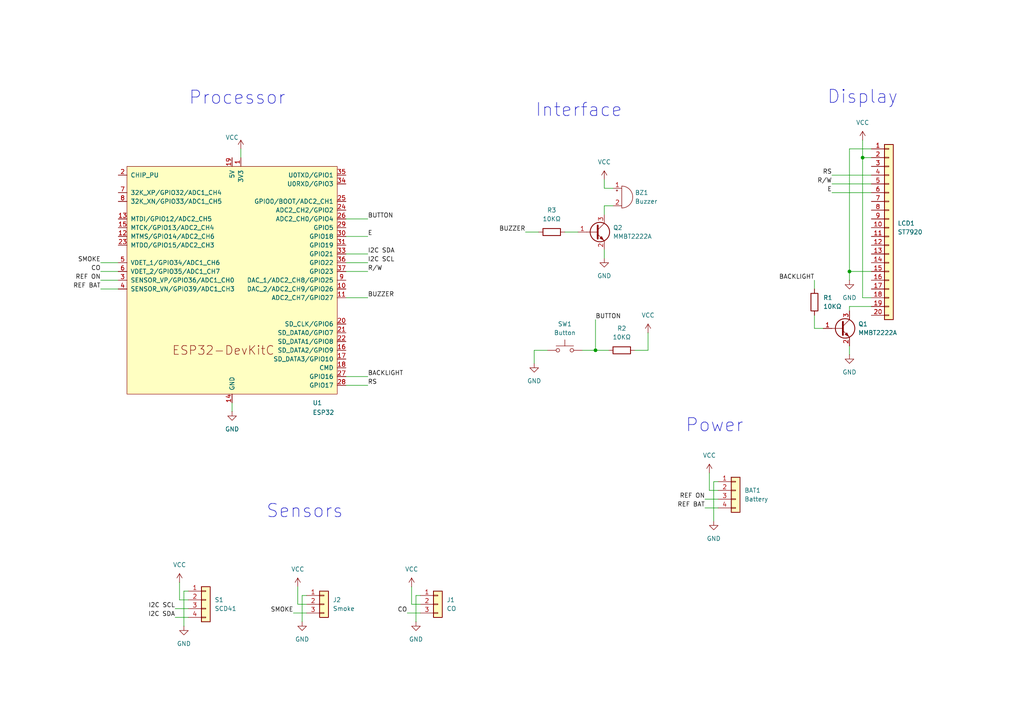
<source format=kicad_sch>
(kicad_sch (version 20250114) (generator "eeschema") (generator_version "9.0")
  (paper "A4")
  (title_block (title "Detector") (date "08/2025") (rev "v0.1a") (company "Caldas") (comment 1 "Simple ESP Detector"))
  (lib_symbols
    (symbol "Conn_01x04_1" (pin_names (offset 1.016) (hide yes))
      (property "Reference" "J" (at 0 5.08 0))
      (property "Value" "Conn_01x04" (at 0 -7.62 0))
      (symbol "Conn_01x04_1_1_1"
        (rectangle (start -1.27 3.81) (end 1.27 -6.35) (stroke (width 0.254)) (fill (type background)))
        (rectangle (start -1.27 2.667) (end 0 2.413) (stroke (width 0.1524)))
        (rectangle (start -1.27 0.127) (end 0 -0.127) (stroke (width 0.1524)))
        (rectangle (start -1.27 -2.413) (end 0 -2.667) (stroke (width 0.1524)))
        (rectangle (start -1.27 -4.953) (end 0 -5.207) (stroke (width 0.1524)))
        (pin passive line (at -5.08 2.54 0) (length 3.81) (name "Pin_1") (number "1"))
        (pin passive line (at -5.08 0 0) (length 3.81) (name "Pin_2") (number "2"))
        (pin passive line (at -5.08 -2.54 0) (length 3.81) (name "Pin_3") (number "3"))
        (pin passive line (at -5.08 -5.08 0) (length 3.81) (name "Pin_4") (number "4"))
      )
    )
    (symbol "Connector_Generic:Conn_01x03" (pin_names (offset 1.016) (hide yes))
      (property "Reference" "J1" (at 2.54 1.2701 0))
      (property "Value" "DFRobot Detector" (at 2.54 -1.2699 0))
      (symbol "Conn_01x03_1_1"
        (rectangle (start -1.27 3.81) (end 1.27 -3.81) (stroke (width 0.254)) (fill (type background)))
        (rectangle (start -1.27 2.667) (end 0 2.413) (stroke (width 0.1524)))
        (rectangle (start -1.27 0.127) (end 0 -0.127) (stroke (width 0.1524)))
        (rectangle (start -1.27 -2.413) (end 0 -2.667) (stroke (width 0.1524)))
        (pin passive line (at -5.08 2.54 0) (length 3.81) (name "GND") (number "1"))
        (pin passive line (at -5.08 0 0) (length 3.81) (name "VCC") (number "2"))
        (pin passive line (at -5.08 -2.54 0) (length 3.81) (name "A") (number "3"))
      )
    )
    (symbol "Connector_Generic:Conn_01x04" (pin_names (offset 1.016) (hide yes))
      (property "Reference" "S1" (at 2.54 0.0001 0))
      (property "Value" "SCD41" (at 2.54 -2.5399 0))
      (symbol "Conn_01x04_1_1"
        (rectangle (start -1.27 3.81) (end 1.27 -6.35) (stroke (width 0.254)) (fill (type background)))
        (rectangle (start -1.27 2.667) (end 0 2.413) (stroke (width 0.1524)))
        (rectangle (start -1.27 0.127) (end 0 -0.127) (stroke (width 0.1524)))
        (rectangle (start -1.27 -2.413) (end 0 -2.667) (stroke (width 0.1524)))
        (rectangle (start -1.27 -4.953) (end 0 -5.207) (stroke (width 0.1524)))
        (pin passive line (at -5.08 2.54 0) (length 3.81) (name "GND") (number "1"))
        (pin passive line (at -5.08 0 0) (length 3.81) (name "VCC") (number "2"))
        (pin passive line (at -5.08 -2.54 0) (length 3.81) (name "SCL") (number "3"))
        (pin passive line (at -5.08 -5.08 0) (length 3.81) (name "SDA") (number "4"))
      )
    )
    (symbol "Connector_Generic:Conn_01x20" (pin_names (offset 1.016) (hide yes))
      (property "Reference" "J1" (at 2.54 0.0001 0))
      (property "Value" "ST7920" (at 2.54 -2.5399 0))
      (symbol "Conn_01x20_1_1"
        (rectangle (start -1.27 24.13) (end 1.27 -26.67) (stroke (width 0.254)) (fill (type background)))
        (rectangle (start -1.27 22.987) (end 0 22.733) (stroke (width 0.1524)))
        (rectangle (start -1.27 20.447) (end 0 20.193) (stroke (width 0.1524)))
        (rectangle (start -1.27 17.907) (end 0 17.653) (stroke (width 0.1524)))
        (rectangle (start -1.27 15.367) (end 0 15.113) (stroke (width 0.1524)))
        (rectangle (start -1.27 12.827) (end 0 12.573) (stroke (width 0.1524)))
        (rectangle (start -1.27 10.287) (end 0 10.033) (stroke (width 0.1524)))
        (rectangle (start -1.27 7.747) (end 0 7.493) (stroke (width 0.1524)))
        (rectangle (start -1.27 5.207) (end 0 4.953) (stroke (width 0.1524)))
        (rectangle (start -1.27 2.667) (end 0 2.413) (stroke (width 0.1524)))
        (rectangle (start -1.27 0.127) (end 0 -0.127) (stroke (width 0.1524)))
        (rectangle (start -1.27 -2.413) (end 0 -2.667) (stroke (width 0.1524)))
        (rectangle (start -1.27 -4.953) (end 0 -5.207) (stroke (width 0.1524)))
        (rectangle (start -1.27 -7.493) (end 0 -7.747) (stroke (width 0.1524)))
        (rectangle (start -1.27 -10.033) (end 0 -10.287) (stroke (width 0.1524)))
        (rectangle (start -1.27 -12.573) (end 0 -12.827) (stroke (width 0.1524)))
        (rectangle (start -1.27 -15.113) (end 0 -15.367) (stroke (width 0.1524)))
        (rectangle (start -1.27 -17.653) (end 0 -17.907) (stroke (width 0.1524)))
        (rectangle (start -1.27 -20.193) (end 0 -20.447) (stroke (width 0.1524)))
        (rectangle (start -1.27 -22.733) (end 0 -22.987) (stroke (width 0.1524)))
        (rectangle (start -1.27 -25.273) (end 0 -25.527) (stroke (width 0.1524)))
        (pin passive line (at -5.08 22.86 0) (length 3.81) (name "GND") (number "1"))
        (pin passive line (at -5.08 20.32 0) (length 3.81) (name "VCC") (number "2"))
        (pin passive line (at -5.08 17.78 0) (length 3.81) (name "V0") (number "3"))
        (pin passive line (at -5.08 15.24 0) (length 3.81) (name "RS") (number "4"))
        (pin passive line (at -5.08 12.7 0) (length 3.81) (name "R/W") (number "5"))
        (pin passive line (at -5.08 10.16 0) (length 3.81) (name "E") (number "6"))
        (pin passive line (at -5.08 7.62 0) (length 3.81) (name "DB0") (number "7"))
        (pin passive line (at -5.08 5.08 0) (length 3.81) (name "DB1") (number "8"))
        (pin passive line (at -5.08 2.54 0) (length 3.81) (name "DB2") (number "9"))
        (pin passive line (at -5.08 0 0) (length 3.81) (name "DB3") (number "10"))
        (pin passive line (at -5.08 -2.54 0) (length 3.81) (name "DB4") (number "11"))
        (pin passive line (at -5.08 -5.08 0) (length 3.81) (name "DB5") (number "12"))
        (pin passive line (at -5.08 -7.62 0) (length 3.81) (name "DB6") (number "13"))
        (pin passive line (at -5.08 -10.16 0) (length 3.81) (name "DB7") (number "14"))
        (pin passive line (at -5.08 -12.7 0) (length 3.81) (name "PSB") (number "15"))
        (pin passive line (at -5.08 -15.24 0) (length 3.81) (name "NC") (number "16"))
        (pin passive line (at -5.08 -17.78 0) (length 3.81) (name "RST") (number "17"))
        (pin passive line (at -5.08 -20.32 0) (length 3.81) (name "VOUT") (number "18"))
        (pin passive line (at -5.08 -22.86 0) (length 3.81) (name "BLA") (number "19"))
        (pin passive line (at -5.08 -25.4 0) (length 3.81) (name "BLK") (number "20"))
      )
    )
    (symbol "Device:Buzzer" (pin_names (offset 0.0254) (hide yes))
      (property "Reference" "BZ" (at 3.81 1.27 0))
      (property "Value" "Buzzer" (at 3.81 -1.27 0))
      (symbol "Buzzer_0_1"
        (polyline (pts (xy -1.651 1.905) (xy -1.143 1.905)))
        (polyline (pts (xy -1.397 2.159) (xy -1.397 1.651)))
        (arc (start 0 3.175) (mid 3.1612 0) (end 0 -3.175))
        (polyline (pts (xy 0 3.175) (xy 0 -3.175)))
      )
      (symbol "Buzzer_1_1"
        (pin passive line (at -2.54 2.54 0) (length 2.54) (name "+") (number "1"))
        (pin passive line (at -2.54 -2.54 0) (length 2.54) (name "-") (number "2"))
      )
    )
    (symbol "Device:R" (pin_numbers (hide yes)) (pin_names (offset 0))
      (property "Reference" "R" (at 2.032 0 90))
      (property "Value" "R" (at 0 0 90))
      (symbol "R_0_1"
        (rectangle (start -1.016 -2.54) (end 1.016 2.54) (stroke (width 0.254)))
      )
      (symbol "R_1_1"
        (pin passive line (at 0 3.81 270) (length 1.27) (name "~") (number "1"))
        (pin passive line (at 0 -3.81 90) (length 1.27) (name "~") (number "2"))
      )
    )
    (symbol "PCM_Espressif:ESP32-DevKitC" (pin_names (offset 1.016))
      (property "Reference" "U" (at -30.48 38.1 0))
      (property "Value" "ESP32-DevKitC" (at -30.48 35.56 0))
      (symbol "ESP32-DevKitC_0_0"
        (text "ESP32-DevKitC" (at -2.54 -20.32 0) (effects (font (size 2.54 2.54))))
        (pin power_in line (at 0 35.56 270) (length 2.54) (name "5V") (number "19"))
        (pin power_in line (at 0 -35.56 90) (length 2.54) (name "GND") (number "14"))
      )
      (symbol "ESP32-DevKitC_0_1"
        (rectangle (start -30.48 33.02) (end 30.48 -33.02) (fill (type background)))
      )
      (symbol "ESP32-DevKitC_1_1"
        (pin input line (at -33.02 30.48 0) (length 2.54) (name "CHIP_PU") (number "2"))
        (pin bidirectional line (at -33.02 25.4 0) (length 2.54) (name "32K_XP/GPIO32/ADC1_CH4") (number "7"))
        (pin bidirectional line (at -33.02 22.86 0) (length 2.54) (name "32K_XN/GPIO33/ADC1_CH5") (number "8"))
        (pin bidirectional line (at -33.02 17.78 0) (length 2.54) (name "MTDI/GPIO12/ADC2_CH5") (number "13"))
        (pin bidirectional line (at -33.02 15.24 0) (length 2.54) (name "MTCK/GPIO13/ADC2_CH4") (number "15"))
        (pin bidirectional line (at -33.02 12.7 0) (length 2.54) (name "MTMS/GPIO14/ADC2_CH6") (number "12"))
        (pin bidirectional line (at -33.02 10.16 0) (length 2.54) (name "MTDO/GPIO15/ADC2_CH3") (number "23"))
        (pin input line (at -33.02 5.08 0) (length 2.54) (name "VDET_1/GPIO34/ADC1_CH6") (number "5"))
        (pin input line (at -33.02 2.54 0) (length 2.54) (name "VDET_2/GPIO35/ADC1_CH7") (number "6"))
        (pin input line (at -33.02 0 0) (length 2.54) (name "SENSOR_VP/GPIO36/ADC1_CH0") (number "3"))
        (pin input line (at -33.02 -2.54 0) (length 2.54) (name "SENSOR_VN/GPIO39/ADC1_CH3") (number "4"))
        (pin passive line (at 0 -35.56 90) (length 2.54) (hide yes) (name "GND") (number "32"))
        (pin passive line (at 0 -35.56 90) (length 2.54) (hide yes) (name "GND") (number "38"))
        (pin power_in line (at 2.54 35.56 270) (length 2.54) (name "3V3") (number "1"))
        (pin bidirectional line (at 33.02 30.48 180) (length 2.54) (name "U0TXD/GPIO1") (number "35"))
        (pin bidirectional line (at 33.02 27.94 180) (length 2.54) (name "U0RXD/GPIO3") (number "34"))
        (pin bidirectional line (at 33.02 22.86 180) (length 2.54) (name "GPIO0/BOOT/ADC2_CH1") (number "25"))
        (pin bidirectional line (at 33.02 20.32 180) (length 2.54) (name "ADC2_CH2/GPIO2") (number "24"))
        (pin bidirectional line (at 33.02 17.78 180) (length 2.54) (name "ADC2_CH0/GPIO4") (number "26"))
        (pin bidirectional line (at 33.02 15.24 180) (length 2.54) (name "GPIO5") (number "29"))
        (pin bidirectional line (at 33.02 12.7 180) (length 2.54) (name "GPIO18") (number "30"))
        (pin bidirectional line (at 33.02 10.16 180) (length 2.54) (name "GPIO19") (number "31"))
        (pin bidirectional line (at 33.02 7.62 180) (length 2.54) (name "GPIO21") (number "33"))
        (pin bidirectional line (at 33.02 5.08 180) (length 2.54) (name "GPIO22") (number "36"))
        (pin bidirectional line (at 33.02 2.54 180) (length 2.54) (name "GPIO23") (number "37"))
        (pin bidirectional line (at 33.02 0 180) (length 2.54) (name "DAC_1/ADC2_CH8/GPIO25") (number "9"))
        (pin bidirectional line (at 33.02 -2.54 180) (length 2.54) (name "DAC_2/ADC2_CH9/GPIO26") (number "10"))
        (pin bidirectional line (at 33.02 -5.08 180) (length 2.54) (name "ADC2_CH7/GPIO27") (number "11"))
        (pin bidirectional line (at 33.02 -12.7 180) (length 2.54) (name "SD_CLK/GPIO6") (number "20"))
        (pin bidirectional line (at 33.02 -15.24 180) (length 2.54) (name "SD_DATA0/GPIO7") (number "21"))
        (pin bidirectional line (at 33.02 -17.78 180) (length 2.54) (name "SD_DATA1/GPIO8") (number "22"))
        (pin bidirectional line (at 33.02 -20.32 180) (length 2.54) (name "SD_DATA2/GPIO9") (number "16"))
        (pin bidirectional line (at 33.02 -22.86 180) (length 2.54) (name "SD_DATA3/GPIO10") (number "17"))
        (pin bidirectional line (at 33.02 -25.4 180) (length 2.54) (name "CMD") (number "18"))
        (pin bidirectional line (at 33.02 -27.94 180) (length 2.54) (name "GPIO16") (number "27"))
        (pin bidirectional line (at 33.02 -30.48 180) (length 2.54) (name "GPIO17") (number "28"))
      )
    )
    (symbol "Switch:SW_Push" (pin_numbers (hide yes)) (pin_names (offset 1.016) (hide yes))
      (property "Reference" "SW" (at 1.27 2.54 0))
      (property "Value" "SW_Push" (at 0 -1.524 0))
      (symbol "SW_Push_0_1"
        (circle (center -2.032 0) (radius 0.508))
        (polyline (pts (xy 0 1.27) (xy 0 3.048)))
        (circle (center 2.032 0) (radius 0.508))
        (polyline (pts (xy 2.54 1.27) (xy -2.54 1.27)))
        (pin passive line (at -5.08 0 0) (length 2.54) (name "1") (number "1"))
        (pin passive line (at 5.08 0 180) (length 2.54) (name "2") (number "2"))
      )
    )
    (symbol "Transistor_BJT:MMBT2222A" (pin_names (offset 0) (hide yes))
      (property "Reference" "Q" (at 5.08 1.905 0))
      (property "Value" "MMBT2222A" (at 5.08 0 0))
      (symbol "MMBT2222A_0_1"
        (polyline (pts (xy -2.54 0) (xy 0.635 0)))
        (polyline (pts (xy 0.635 1.905) (xy 0.635 -1.905)) (stroke (width 0.508)))
        (circle (center 1.27 0) (radius 2.8194) (stroke (width 0.254)))
      )
      (symbol "MMBT2222A_1_1"
        (polyline (pts (xy 0.635 0.635) (xy 2.54 2.54)))
        (polyline (pts (xy 0.635 -0.635) (xy 2.54 -2.54)))
        (polyline (pts (xy 1.27 -1.778) (xy 1.778 -1.27) (xy 2.286 -2.286) (xy 1.27 -1.778)) (fill (type outline)))
        (pin input line (at -5.08 0 0) (length 2.54) (name "B") (number "1"))
        (pin passive line (at 2.54 5.08 270) (length 2.54) (name "C") (number "3"))
        (pin passive line (at 2.54 -5.08 90) (length 2.54) (name "E") (number "2"))
      )
    )
    (symbol "power:GND" (power) (pin_numbers (hide yes)) (pin_names (offset 0) (hide yes))
      (property "Value" "GND" (at 0 -3.81 0))
      (symbol "GND_0_1"
        (polyline (pts (xy 0 0) (xy 0 -1.27) (xy 1.27 -1.27) (xy 0 -2.54) (xy -1.27 -1.27) (xy 0 -1.27)))
      )
      (symbol "GND_1_1"
        (pin power_in line (at 0 0 270) (length 0) (name "~") (number "1"))
      )
    )
    (symbol "power:VCC" (power) (pin_numbers (hide yes)) (pin_names (offset 0) (hide yes))
      (property "Value" "VCC" (at 0 3.556 0))
      (symbol "VCC_0_1"
        (polyline (pts (xy -0.762 1.27) (xy 0 2.54)))
        (polyline (pts (xy 0 2.54) (xy 0.762 1.27)))
        (polyline (pts (xy 0 0) (xy 0 2.54)))
      )
      (symbol "VCC_1_1"
        (pin power_in line (at 0 0 90) (length 0) (name "~") (number "1"))
      )
    )
  )
  (text "Display" (at 250.19 28.194 0) (effects (font (size 3.81 3.81))))
  (text "Processor" (at 68.834 28.448 0) (effects (font (size 3.81 3.81))))
  (text "Power" (at 207.264 123.444 0) (effects (font (size 3.81 3.81))))
  (text "Sensors" (at 88.392 148.336 0) (effects (font (size 3.81 3.81))))
  (text "Interface" (at 167.894 32.004 0) (effects (font (size 3.81 3.81))))
  (junction (at 250.19 45.72))
  (junction (at 172.72 101.6))
  (junction (at 246.38 78.74))
  (wire (pts (xy 85.09 177.8) (xy 88.9 177.8)))
  (wire (pts (xy 121.92 172.72) (xy 120.65 172.72)))
  (wire (pts (xy 250.19 86.36) (xy 250.19 45.72)))
  (wire (pts (xy 100.33 86.36) (xy 106.68 86.36)))
  (wire (pts (xy 100.33 73.66) (xy 106.68 73.66)))
  (wire (pts (xy 29.21 76.2) (xy 34.29 76.2)))
  (wire (pts (xy 241.3 53.34) (xy 252.73 53.34)))
  (wire (pts (xy 86.36 175.26) (xy 86.36 170.18)))
  (wire (pts (xy 175.26 59.69) (xy 175.26 62.23)))
  (wire (pts (xy 29.21 78.74) (xy 34.29 78.74)))
  (wire (pts (xy 88.9 172.72) (xy 87.63 172.72)))
  (wire (pts (xy 29.21 83.82) (xy 34.29 83.82)))
  (wire (pts (xy 88.9 175.26) (xy 86.36 175.26)))
  (wire (pts (xy 175.26 52.07) (xy 175.26 54.61)))
  (wire (pts (xy 252.73 86.36) (xy 250.19 86.36)))
  (wire (pts (xy 100.33 78.74) (xy 106.68 78.74)))
  (wire (pts (xy 204.47 147.32) (xy 208.28 147.32)))
  (wire (pts (xy 50.8 179.07) (xy 54.61 179.07)))
  (wire (pts (xy 246.38 43.18) (xy 246.38 78.74)))
  (wire (pts (xy 236.22 91.44) (xy 236.22 95.25)))
  (wire (pts (xy 236.22 81.28) (xy 236.22 83.82)))
  (wire (pts (xy 205.74 142.24) (xy 205.74 137.16)))
  (wire (pts (xy 172.72 92.71) (xy 172.72 101.6)))
  (wire (pts (xy 29.21 81.28) (xy 34.29 81.28)))
  (wire (pts (xy 168.91 101.6) (xy 172.72 101.6)))
  (wire (pts (xy 158.75 101.6) (xy 154.94 101.6)))
  (wire (pts (xy 69.85 43.18) (xy 69.85 45.72)))
  (wire (pts (xy 172.72 101.6) (xy 176.53 101.6)))
  (wire (pts (xy 152.4 67.31) (xy 156.21 67.31)))
  (wire (pts (xy 246.38 43.18) (xy 252.73 43.18)))
  (wire (pts (xy 246.38 100.33) (xy 246.38 102.87)))
  (wire (pts (xy 246.38 78.74) (xy 252.73 78.74)))
  (wire (pts (xy 208.28 142.24) (xy 205.74 142.24)))
  (wire (pts (xy 100.33 76.2) (xy 106.68 76.2)))
  (wire (pts (xy 246.38 78.74) (xy 246.38 81.28)))
  (wire (pts (xy 241.3 55.88) (xy 252.73 55.88)))
  (wire (pts (xy 119.38 170.18) (xy 119.38 175.26)))
  (wire (pts (xy 120.65 172.72) (xy 120.65 180.34)))
  (wire (pts (xy 54.61 171.45) (xy 53.34 171.45)))
  (wire (pts (xy 246.38 88.9) (xy 246.38 90.17)))
  (wire (pts (xy 119.38 175.26) (xy 121.92 175.26)))
  (wire (pts (xy 207.01 139.7) (xy 207.01 151.13)))
  (wire (pts (xy 118.11 177.8) (xy 121.92 177.8)))
  (wire (pts (xy 187.96 101.6) (xy 187.96 96.52)))
  (wire (pts (xy 252.73 88.9) (xy 246.38 88.9)))
  (wire (pts (xy 50.8 176.53) (xy 54.61 176.53)))
  (wire (pts (xy 100.33 63.5) (xy 106.68 63.5)))
  (wire (pts (xy 184.15 101.6) (xy 187.96 101.6)))
  (wire (pts (xy 175.26 54.61) (xy 177.8 54.61)))
  (wire (pts (xy 67.31 116.84) (xy 67.31 119.38)))
  (wire (pts (xy 87.63 172.72) (xy 87.63 180.34)))
  (wire (pts (xy 175.26 72.39) (xy 175.26 74.93)))
  (wire (pts (xy 208.28 139.7) (xy 207.01 139.7)))
  (wire (pts (xy 204.47 144.78) (xy 208.28 144.78)))
  (wire (pts (xy 100.33 109.22) (xy 106.68 109.22)))
  (wire (pts (xy 100.33 111.76) (xy 106.68 111.76)))
  (wire (pts (xy 163.83 67.31) (xy 167.64 67.31)))
  (wire (pts (xy 241.3 50.8) (xy 252.73 50.8)))
  (wire (pts (xy 250.19 45.72) (xy 250.19 40.64)))
  (wire (pts (xy 54.61 173.99) (xy 52.07 173.99)))
  (wire (pts (xy 252.73 45.72) (xy 250.19 45.72)))
  (wire (pts (xy 53.34 171.45) (xy 53.34 181.61)))
  (wire (pts (xy 100.33 68.58) (xy 106.68 68.58)))
  (wire (pts (xy 154.94 101.6) (xy 154.94 105.41)))
  (wire (pts (xy 52.07 173.99) (xy 52.07 168.91)))
  (wire (pts (xy 236.22 95.25) (xy 238.76 95.25)))
  (wire (pts (xy 177.8 59.69) (xy 175.26 59.69)))
  (label "BUTTON" (at 172.72 92.71 0))
  (label "I2C SCL" (at 106.68 76.2 0))
  (label "I2C SDA" (at 50.8 179.07 180))
  (label "R{slash}W" (at 241.3 53.34 180))
  (label "BACKLIGHT" (at 236.22 81.28 180))
  (label "BUTTON" (at 106.68 63.5 0))
  (label "RS" (at 241.3 50.8 180))
  (label "R{slash}W" (at 106.68 78.74 0))
  (label "I2C SCL" (at 50.8 176.53 180))
  (label "REF BAT" (at 29.21 83.82 180))
  (label "I2C SDA" (at 106.68 73.66 0))
  (label "E" (at 106.68 68.58 0))
  (label "REF BAT" (at 204.47 147.32 180))
  (label "REF ON" (at 29.21 81.28 180))
  (label "E" (at 241.3 55.88 180))
  (label "BUZZER" (at 106.68 86.36 0))
  (label "CO" (at 29.21 78.74 180))
  (label "BACKLIGHT" (at 106.68 109.22 0))
  (label "RS" (at 106.68 111.76 0))
  (label "BUZZER" (at 152.4 67.31 180))
  (label "SMOKE" (at 85.09 177.8 180))
  (label "SMOKE" (at 29.21 76.2 180))
  (label "CO" (at 118.11 177.8 180))
  (label "REF ON" (at 204.47 144.78 180))
  (symbol (lib_id "power:VCC") (at 52.07 168.91 0) (unit 1)
    (property "Reference" "#PWR05" (effects (hide yes)))
    (property "Value" "VCC" (at 52.07 163.83 0))
    (property "Description" "Power symbol creates a global label with name \"VCC\"" (effects (hide yes)))
  )
  (symbol (lib_id "power:VCC") (at 205.74 137.16 0) (unit 1)
    (property "Reference" "#PWR010" (effects (hide yes)))
    (property "Value" "VCC" (at 205.74 132.08 0))
    (property "Description" "Power symbol creates a global label with name \"VCC\"" (effects (hide yes)))
  )
  (symbol (lib_id "Connector_Generic:Conn_01x04") (at 59.69 173.99 0) (unit 1)
    (property "Reference" "S1" (at 62.23 173.9899 0) (effects (justify left)))
    (property "Value" "SCD41" (at 62.23 176.5299 0) (effects (justify left)))
    (property "Footprint" "Library:SCD41" (effects (hide yes)))
    (property "Description" "Generic connector, single row, 01x04, script generated (kicad-library-utils/schlib/autogen/connector/)" (effects (hide yes)))
  )
  (symbol (lib_id "power:GND") (at 175.26 74.93 0) (unit 1)
    (property "Reference" "#PWR02" (effects (hide yes)))
    (property "Value" "GND" (at 175.26 80.01 0))
    (property "Description" "Power symbol creates a global label with name \"GND\" , ground" (effects (hide yes)))
  )
  (symbol (lib_id "Device:R") (at 236.22 87.63 180) (unit 1)
    (property "Reference" "R1" (at 238.76 86.3599 0) (effects (justify right)))
    (property "Value" "10KΩ" (at 238.76 88.8999 0) (effects (justify right)))
    (property "Footprint" "Resistor_SMD:R_0805_2012Metric_Pad1.20x1.40mm_HandSolder" (effects (hide yes)))
    (property "Description" "Resistor" (effects (hide yes)))
  )
  (symbol (lib_id "power:GND") (at 120.65 180.34 0) (unit 1)
    (property "Reference" "#PWR017" (effects (hide yes)))
    (property "Value" "GND" (at 120.65 185.42 0))
    (property "Description" "Power symbol creates a global label with name \"GND\" , ground" (effects (hide yes)))
  )
  (symbol (lib_id "Connector_Generic:Conn_01x03") (at 93.98 175.26 0) (unit 1)
    (property "Reference" "J2" (at 96.52 173.9899 0) (effects (justify left)))
    (property "Value" "Smoke" (at 96.52 176.5299 0) (effects (justify left)))
    (property "Footprint" "Library:DFRobot Sensor" (effects (hide yes)))
    (property "Description" "Generic connector, single row, 01x03, script generated (kicad-library-utils/schlib/autogen/connector/)" (effects (hide yes)))
  )
  (symbol (lib_id "power:GND") (at 53.34 181.61 0) (unit 1)
    (property "Reference" "#PWR04" (effects (hide yes)))
    (property "Value" "GND" (at 53.34 186.69 0))
    (property "Description" "Power symbol creates a global label with name \"GND\" , ground" (effects (hide yes)))
  )
  (symbol (lib_id "power:GND") (at 87.63 180.34 0) (unit 1)
    (property "Reference" "#PWR016" (effects (hide yes)))
    (property "Value" "GND" (at 87.63 185.42 0))
    (property "Description" "Power symbol creates a global label with name \"GND\" , ground" (effects (hide yes)))
  )
  (symbol (lib_id "power:GND") (at 207.01 151.13 0) (unit 1)
    (property "Reference" "#PWR011" (effects (hide yes)))
    (property "Value" "GND" (at 207.01 156.21 0))
    (property "Description" "Power symbol creates a global label with name \"GND\" , ground" (effects (hide yes)))
  )
  (symbol (lib_id "Device:Buzzer") (at 180.34 57.15 0) (unit 1)
    (property "Reference" "BZ1" (at 184.15 55.8799 0) (effects (justify left)))
    (property "Value" "Buzzer" (at 184.15 58.4199 0) (effects (justify left)))
    (property "Footprint" "Buzzer_Beeper:Buzzer_12x9.5RM7.6" (effects (hide yes)))
    (property "Description" "Buzzer, polarized" (effects (hide yes)))
  )
  (symbol (lib_id "Transistor_BJT:MMBT2222A") (at 172.72 67.31 0) (unit 1)
    (property "Reference" "Q2" (at 177.8 66.0399 0) (effects (justify left)))
    (property "Value" "MMBT2222A" (at 177.8 68.5799 0) (effects (justify left)))
    (property "Footprint" "Package_TO_SOT_SMD:SOT-23" (effects (hide yes)))
    (property "Datasheet" "https://assets.nexperia.com/documents/data-sheet/MMBT2222A.pdf" (effects (hide yes)))
    (property "Description" "600mA Ic, 40V Vce, NPN Transistor, SOT-23" (effects (hide yes)))
  )
  (symbol (lib_id "Connector_Generic:Conn_01x20") (at 257.81 66.04 0) (unit 1)
    (property "Reference" "LCD1" (at 260.35 64.7699 0) (effects (justify left)))
    (property "Value" "ST7920" (at 260.35 67.3099 0) (effects (justify left)))
    (property "Footprint" "Library:ST7920" (effects (hide yes)))
    (property "Description" "Generic connector, single row, 01x20, script generated (kicad-library-utils/schlib/autogen/connector/)" (effects (hide yes)))
  )
  (symbol (lib_id "power:VCC") (at 187.96 96.52 0) (unit 1)
    (property "Reference" "#PWR09" (effects (hide yes)))
    (property "Value" "VCC" (at 187.96 91.44 0))
    (property "Description" "Power symbol creates a global label with name \"VCC\"" (effects (hide yes)))
  )
  (symbol (lib_id "Switch:SW_Push") (at 163.83 101.6 0) (unit 1)
    (property "Reference" "SW1" (at 163.83 93.98 0))
    (property "Value" "Button" (at 163.83 96.52 0))
    (property "Footprint" "Library:Button" (effects (hide yes)))
    (property "Description" "Push button switch, generic, two pins" (effects (hide yes)))
  )
  (symbol (lib_id "power:VCC") (at 69.85 43.18 0) (unit 1)
    (property "Reference" "#PWR01" (effects (hide yes)))
    (property "Value" "VCC" (at 67.31 39.878 0))
    (property "Description" "Power symbol creates a global label with name \"VCC\"" (effects (hide yes)))
  )
  (symbol (lib_id "power:VCC") (at 175.26 52.07 0) (unit 1)
    (property "Reference" "#PWR012" (effects (hide yes)))
    (property "Value" "VCC" (at 175.26 46.99 0))
    (property "Description" "Power symbol creates a global label with name \"VCC\"" (effects (hide yes)))
  )
  (symbol (lib_id "power:GND") (at 67.31 119.38 0) (unit 1)
    (property "Reference" "#PWR03" (effects (hide yes)))
    (property "Value" "GND" (at 67.31 124.46 0))
    (property "Description" "Power symbol creates a global label with name \"GND\" , ground" (effects (hide yes)))
  )
  (symbol (lib_id "power:GND") (at 154.94 105.41 0) (unit 1)
    (property "Reference" "#PWR08" (effects (hide yes)))
    (property "Value" "GND" (at 154.94 110.49 0))
    (property "Description" "Power symbol creates a global label with name \"GND\" , ground" (effects (hide yes)))
  )
  (symbol (lib_id "Transistor_BJT:MMBT2222A") (at 243.84 95.25 0) (unit 1)
    (property "Reference" "Q1" (at 248.92 93.9799 0) (effects (justify left)))
    (property "Value" "MMBT2222A" (at 248.92 96.5199 0) (effects (justify left)))
    (property "Footprint" "Package_TO_SOT_SMD:SOT-23" (effects (hide yes)))
    (property "Datasheet" "https://assets.nexperia.com/documents/data-sheet/MMBT2222A.pdf" (effects (hide yes)))
    (property "Description" "600mA Ic, 40V Vce, NPN Transistor, SOT-23" (effects (hide yes)))
  )
  (symbol (lib_id "power:VCC") (at 119.38 170.18 0) (unit 1)
    (property "Reference" "#PWR015" (effects (hide yes)))
    (property "Value" "VCC" (at 119.38 165.1 0))
    (property "Description" "Power symbol creates a global label with name \"VCC\"" (effects (hide yes)))
  )
  (symbol (lib_id "Device:R") (at 160.02 67.31 90) (unit 1)
    (property "Reference" "R3" (at 160.02 60.96 90))
    (property "Value" "10KΩ" (at 160.02 63.5 90))
    (property "Footprint" "Resistor_SMD:R_0805_2012Metric_Pad1.20x1.40mm_HandSolder" (effects (hide yes)))
    (property "Description" "Resistor" (effects (hide yes)))
  )
  (symbol (lib_name "Conn_01x04_1") (lib_id "Connector_Generic:Conn_01x04") (at 213.36 142.24 0) (unit 1)
    (property "Reference" "BAT1" (at 215.9 142.2399 0) (effects (justify left)))
    (property "Value" "Battery" (at 215.9 144.7799 0) (effects (justify left)))
    (property "Footprint" "Connector_JST:JST_XH_S4B-XH-A_1x04_P2.50mm_Horizontal" (effects (hide yes)))
    (property "Description" "Generic connector, single row, 01x04, script generated (kicad-library-utils/schlib/autogen/connector/)" (effects (hide yes)))
  )
  (symbol (lib_id "PCM_Espressif:ESP32-DevKitC") (at 67.31 81.28 0) (unit 1)
    (property "Reference" "U1" (at 90.678 116.84 0) (effects (justify left)))
    (property "Value" "ESP32" (at 90.678 119.634 0) (effects (justify left)))
    (property "Footprint" "PCM_Espressif:ESP32-DevKitC" (effects (hide yes)))
    (property "Datasheet" "https://docs.espressif.com/projects/esp-idf/zh_CN/latest/esp32/hw-reference/esp32/get-started-devkitc.html" (effects (hide yes)))
    (property "Description" "Development Kit" (effects (hide yes)))
  )
  (symbol (lib_id "power:GND") (at 246.38 81.28 0) (unit 1)
    (property "Reference" "#PWR06" (effects (hide yes)))
    (property "Value" "GND" (at 246.38 86.36 0))
    (property "Description" "Power symbol creates a global label with name \"GND\" , ground" (effects (hide yes)))
  )
  (symbol (lib_id "power:GND") (at 246.38 102.87 0) (unit 1)
    (property "Reference" "#PWR013" (effects (hide yes)))
    (property "Value" "GND" (at 246.38 107.95 0))
    (property "Description" "Power symbol creates a global label with name \"GND\" , ground" (effects (hide yes)))
  )
  (symbol (lib_id "power:VCC") (at 250.19 40.64 0) (unit 1)
    (property "Reference" "#PWR07" (effects (hide yes)))
    (property "Value" "VCC" (at 250.19 35.56 0))
    (property "Description" "Power symbol creates a global label with name \"VCC\"" (effects (hide yes)))
  )
  (symbol (lib_id "power:VCC") (at 86.36 170.18 0) (unit 1)
    (property "Reference" "#PWR014" (effects (hide yes)))
    (property "Value" "VCC" (at 86.36 165.1 0))
    (property "Description" "Power symbol creates a global label with name \"VCC\"" (effects (hide yes)))
  )
  (symbol (lib_id "Device:R") (at 180.34 101.6 90) (unit 1)
    (property "Reference" "R2" (at 180.34 95.25 90))
    (property "Value" "10KΩ" (at 180.34 97.79 90))
    (property "Footprint" "Resistor_SMD:R_0805_2012Metric_Pad1.20x1.40mm_HandSolder" (effects (hide yes)))
    (property "Description" "Resistor" (effects (hide yes)))
  )
  (symbol (lib_id "Connector_Generic:Conn_01x03") (at 127 175.26 0) (unit 1)
    (property "Reference" "J1" (at 129.54 173.9899 0) (effects (justify left)))
    (property "Value" "CO" (at 129.54 176.5299 0) (effects (justify left)))
    (property "Footprint" "Library:DFRobot Sensor" (effects (hide yes)))
    (property "Description" "Generic connector, single row, 01x03, script generated (kicad-library-utils/schlib/autogen/connector/)" (effects (hide yes)))
  )
)
</source>
